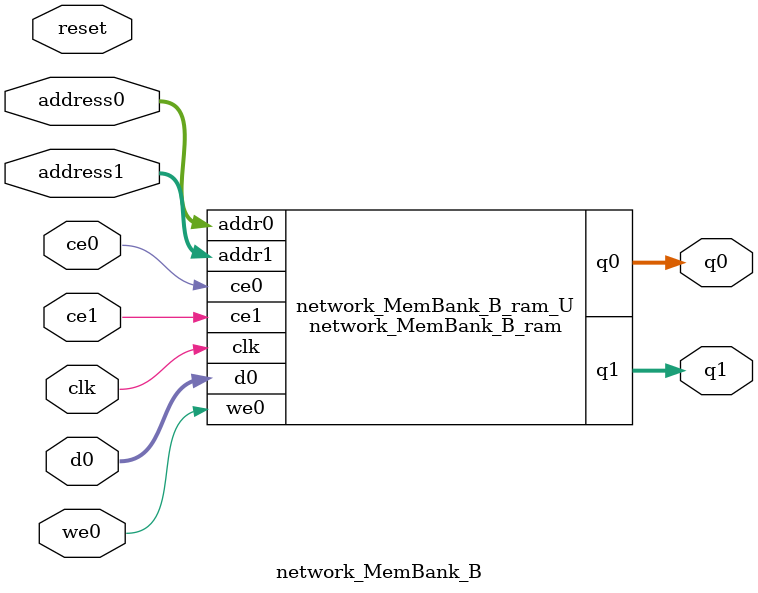
<source format=v>
`timescale 1 ns / 1 ps
module network_MemBank_B_ram (addr0, ce0, d0, we0, q0, addr1, ce1, q1,  clk);

parameter DWIDTH = 16;
parameter AWIDTH = 14;
parameter MEM_SIZE = 14400;

input[AWIDTH-1:0] addr0;
input ce0;
input[DWIDTH-1:0] d0;
input we0;
output reg[DWIDTH-1:0] q0;
input[AWIDTH-1:0] addr1;
input ce1;
output reg[DWIDTH-1:0] q1;
input clk;

(* ram_style = "block" *)reg [DWIDTH-1:0] ram[0:MEM_SIZE-1];




always @(posedge clk)  
begin 
    if (ce0) 
    begin
        if (we0) 
        begin 
            ram[addr0] <= d0; 
        end 
        q0 <= ram[addr0];
    end
end


always @(posedge clk)  
begin 
    if (ce1) 
    begin
        q1 <= ram[addr1];
    end
end


endmodule

`timescale 1 ns / 1 ps
module network_MemBank_B(
    reset,
    clk,
    address0,
    ce0,
    we0,
    d0,
    q0,
    address1,
    ce1,
    q1);

parameter DataWidth = 32'd16;
parameter AddressRange = 32'd14400;
parameter AddressWidth = 32'd14;
input reset;
input clk;
input[AddressWidth - 1:0] address0;
input ce0;
input we0;
input[DataWidth - 1:0] d0;
output[DataWidth - 1:0] q0;
input[AddressWidth - 1:0] address1;
input ce1;
output[DataWidth - 1:0] q1;



network_MemBank_B_ram network_MemBank_B_ram_U(
    .clk( clk ),
    .addr0( address0 ),
    .ce0( ce0 ),
    .we0( we0 ),
    .d0( d0 ),
    .q0( q0 ),
    .addr1( address1 ),
    .ce1( ce1 ),
    .q1( q1 ));

endmodule


</source>
